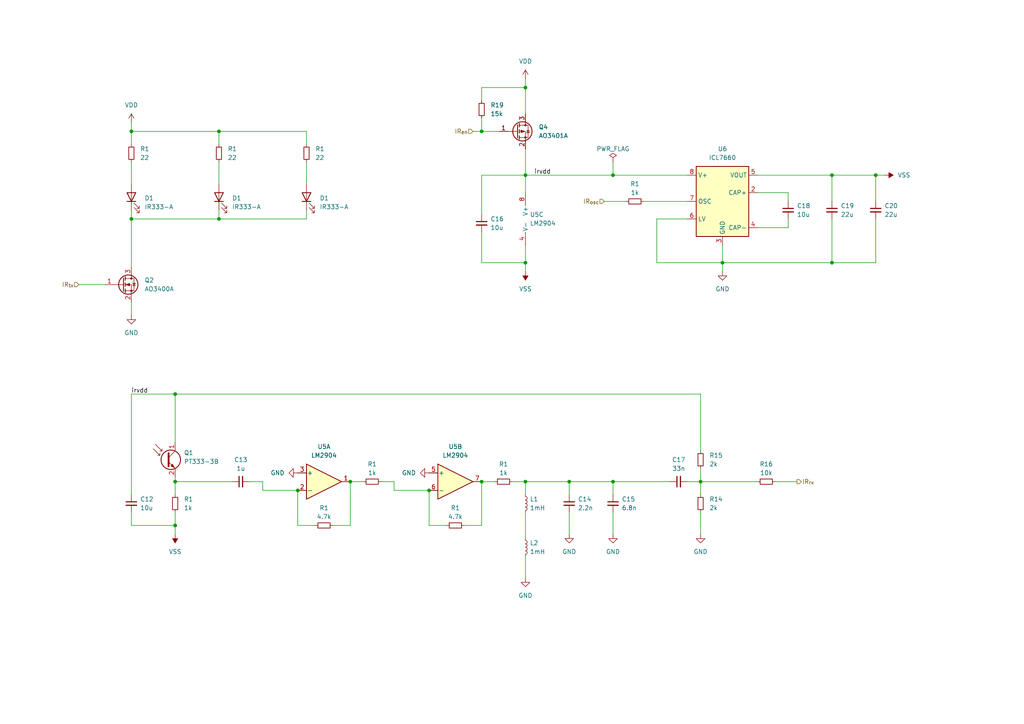
<source format=kicad_sch>
(kicad_sch (version 20230121) (generator eeschema)
  (paper "A4")
  (title_block (title "Light") (date "2023-06-17"))
  (lib_symbols
    (symbol "Amplifier_Operational:LM2904" (pin_names (offset 0.127))
      (property "Reference" "U" (at 0 5.08 0))
      (property "Value" "LM2904" (at 0 -5.08 0))
      (symbol "LM2904_1_1"
        (polyline (pts (xy -5.08 5.08) (xy 5.08 0) (xy -5.08 -5.08) (xy -5.08 5.08)) (stroke (width 0.254)) (fill (type background)))
        (pin output line (at 7.62 0 180) (length 2.54) (name "~") (number "1"))
        (pin input line (at -7.62 -2.54 0) (length 2.54) (name "-") (number "2"))
        (pin input line (at -7.62 2.54 0) (length 2.54) (name "+") (number "3"))
      )
      (symbol "LM2904_2_1"
        (polyline (pts (xy -5.08 5.08) (xy 5.08 0) (xy -5.08 -5.08) (xy -5.08 5.08)) (stroke (width 0.254)) (fill (type background)))
        (pin input line (at -7.62 2.54 0) (length 2.54) (name "+") (number "5"))
        (pin input line (at -7.62 -2.54 0) (length 2.54) (name "-") (number "6"))
        (pin output line (at 7.62 0 180) (length 2.54) (name "~") (number "7"))
      )
      (symbol "LM2904_3_1"
        (pin power_in line (at -2.54 -7.62 90) (length 3.81) (name "V-") (number "4"))
        (pin power_in line (at -2.54 7.62 270) (length 3.81) (name "V+") (number "8"))
      )
    )
    (symbol "Device:C_Small" (pin_numbers hide) (pin_names (offset 0.254) hide)
      (property "Reference" "C" (at 0.254 1.778 0))
      (property "Value" "C_Small" (at 0.254 -2.032 0))
      (symbol "C_Small_0_1"
        (polyline (pts (xy -1.524 -0.508) (xy 1.524 -0.508)) (stroke (width 0.3302)))
        (polyline (pts (xy -1.524 0.508) (xy 1.524 0.508)) (stroke (width 0.3048)))
      )
      (symbol "C_Small_1_1"
        (pin passive line (at 0 2.54 270) (length 2.032) (name "~") (number "1"))
        (pin passive line (at 0 -2.54 90) (length 2.032) (name "~") (number "2"))
      )
    )
    (symbol "Device:LED" (pin_numbers hide) (pin_names (offset 1.016) hide)
      (property "Reference" "D" (at 0 2.54 0))
      (property "Value" "LED" (at 0 -2.54 0))
      (symbol "LED_0_1"
        (polyline (pts (xy -1.27 -1.27) (xy -1.27 1.27)) (stroke (width 0.254)))
        (polyline (pts (xy -1.27 0) (xy 1.27 0)))
        (polyline (pts (xy 1.27 -1.27) (xy 1.27 1.27) (xy -1.27 0) (xy 1.27 -1.27)) (stroke (width 0.254)))
        (polyline (pts (xy -3.048 -0.762) (xy -4.572 -2.286) (xy -3.81 -2.286) (xy -4.572 -2.286) (xy -4.572 -1.524)))
        (polyline (pts (xy -1.778 -0.762) (xy -3.302 -2.286) (xy -2.54 -2.286) (xy -3.302 -2.286) (xy -3.302 -1.524)))
      )
      (symbol "LED_1_1"
        (pin passive line (at -3.81 0 0) (length 2.54) (name "K") (number "1"))
        (pin passive line (at 3.81 0 180) (length 2.54) (name "A") (number "2"))
      )
    )
    (symbol "Device:L_Small" (pin_numbers hide) (pin_names (offset 0.254) hide)
      (property "Reference" "L" (at 0.762 1.016 0))
      (property "Value" "L_Small" (at 0.762 -1.016 0))
      (symbol "L_Small_0_1"
        (arc (start 0 -2.032) (mid 0.5058 -1.524) (end 0 -1.016))
        (arc (start 0 -1.016) (mid 0.5058 -0.508) (end 0 0))
        (arc (start 0 0) (mid 0.5058 0.508) (end 0 1.016))
        (arc (start 0 1.016) (mid 0.5058 1.524) (end 0 2.032))
      )
      (symbol "L_Small_1_1"
        (pin passive line (at 0 2.54 270) (length 0.508) (name "~") (number "1"))
        (pin passive line (at 0 -2.54 90) (length 0.508) (name "~") (number "2"))
      )
    )
    (symbol "Device:Q_Photo_NPN" (pin_names (offset 0) hide)
      (property "Reference" "Q" (at 5.08 1.27 0))
      (property "Value" "Q_Photo_NPN" (at 5.08 -1.27 0))
      (symbol "Q_Photo_NPN_0_1"
        (polyline (pts (xy -1.905 1.27) (xy -2.54 1.27)))
        (polyline (pts (xy -1.27 2.54) (xy -1.905 2.54)))
        (polyline (pts (xy 0.635 0.635) (xy 2.54 2.54)))
        (polyline (pts (xy -3.81 3.175) (xy -1.905 1.27) (xy -1.905 1.905)))
        (polyline (pts (xy -3.175 4.445) (xy -1.27 2.54) (xy -1.27 3.175)))
        (polyline (pts (xy 0.635 -0.635) (xy 2.54 -2.54) (xy 2.54 -2.54)))
        (polyline (pts (xy 0.635 1.905) (xy 0.635 -1.905) (xy 0.635 -1.905)) (stroke (width 0.508)))
        (polyline (pts (xy 1.27 -1.778) (xy 1.778 -1.27) (xy 2.286 -2.286) (xy 1.27 -1.778) (xy 1.27 -1.778)) (fill (type outline)))
        (circle (center 1.27 0) (radius 2.8194) (stroke (width 0.254)))
      )
      (symbol "Q_Photo_NPN_1_1"
        (pin passive line (at 2.54 5.08 270) (length 2.54) (name "C") (number "1"))
        (pin passive line (at 2.54 -5.08 90) (length 2.54) (name "E") (number "2"))
      )
    )
    (symbol "Device:R_Small" (pin_numbers hide) (pin_names (offset 0.254) hide)
      (property "Reference" "R" (at 0.762 0.508 0))
      (property "Value" "R_Small" (at 0.762 -1.016 0))
      (symbol "R_Small_0_1"
        (rectangle (start -0.762 1.778) (end 0.762 -1.778) (stroke (width 0.2032)))
      )
      (symbol "R_Small_1_1"
        (pin passive line (at 0 2.54 270) (length 0.762) (name "~") (number "1"))
        (pin passive line (at 0 -2.54 90) (length 0.762) (name "~") (number "2"))
      )
    )
    (symbol "Regulator_SwitchedCapacitor:ICL7660"
      (property "Reference" "U" (at -6.35 11.43 0))
      (property "Value" "ICL7660" (at 3.81 11.43 0))
      (symbol "ICL7660_0_1"
        (rectangle (start -7.62 10.16) (end 7.62 -10.16) (stroke (width 0.254)) (fill (type background)))
      )
      (symbol "ICL7660_1_1"
        (pin no_connect line (at -7.62 5.08 0) (length 2.54) hide (name "NC") (number "1"))
        (pin input line (at 10.16 2.54 180) (length 2.54) (name "CAP+") (number "2"))
        (pin power_in line (at 0 -12.7 90) (length 2.54) (name "GND") (number "3"))
        (pin input line (at 10.16 -7.62 180) (length 2.54) (name "CAP-") (number "4"))
        (pin power_out line (at 10.16 7.62 180) (length 2.54) (name "VOUT") (number "5"))
        (pin input line (at -10.16 -5.08 0) (length 2.54) (name "LV") (number "6"))
        (pin input line (at -10.16 0 0) (length 2.54) (name "OSC") (number "7"))
        (pin power_in line (at -10.16 7.62 0) (length 2.54) (name "V+") (number "8"))
      )
    )
    (symbol "Transistor_FET:AO3400A" (pin_names hide)
      (property "Reference" "Q" (at 5.08 1.905 0))
      (property "Value" "AO3400A" (at 5.08 0 0))
      (symbol "AO3400A_0_1"
        (polyline (pts (xy 0.254 0) (xy -2.54 0)))
        (polyline (pts (xy 0.254 1.905) (xy 0.254 -1.905)) (stroke (width 0.254)))
        (polyline (pts (xy 0.762 -1.27) (xy 0.762 -2.286)) (stroke (width 0.254)))
        (polyline (pts (xy 0.762 0.508) (xy 0.762 -0.508)) (stroke (width 0.254)))
        (polyline (pts (xy 0.762 2.286) (xy 0.762 1.27)) (stroke (width 0.254)))
        (polyline (pts (xy 2.54 2.54) (xy 2.54 1.778)))
        (polyline (pts (xy 2.54 -2.54) (xy 2.54 0) (xy 0.762 0)))
        (polyline (pts (xy 0.762 -1.778) (xy 3.302 -1.778) (xy 3.302 1.778) (xy 0.762 1.778)))
        (polyline (pts (xy 1.016 0) (xy 2.032 0.381) (xy 2.032 -0.381) (xy 1.016 0)) (fill (type outline)))
        (polyline (pts (xy 2.794 0.508) (xy 2.921 0.381) (xy 3.683 0.381) (xy 3.81 0.254)))
        (polyline (pts (xy 3.302 0.381) (xy 2.921 -0.254) (xy 3.683 -0.254) (xy 3.302 0.381)))
        (circle (center 1.651 0) (radius 2.794) (stroke (width 0.254)))
        (circle (center 2.54 -1.778) (radius 0.254) (fill (type outline)))
        (circle (center 2.54 1.778) (radius 0.254) (fill (type outline)))
      )
      (symbol "AO3400A_1_1"
        (pin input line (at -5.08 0 0) (length 2.54) (name "G") (number "1"))
        (pin passive line (at 2.54 -5.08 90) (length 2.54) (name "S") (number "2"))
        (pin passive line (at 2.54 5.08 270) (length 2.54) (name "D") (number "3"))
      )
    )
    (symbol "Transistor_FET:AO3401A" (pin_names hide)
      (property "Reference" "Q" (at 5.08 1.905 0))
      (property "Value" "AO3401A" (at 5.08 0 0))
      (symbol "AO3401A_0_1"
        (polyline (pts (xy 0.254 0) (xy -2.54 0)))
        (polyline (pts (xy 0.254 1.905) (xy 0.254 -1.905)) (stroke (width 0.254)))
        (polyline (pts (xy 0.762 -1.27) (xy 0.762 -2.286)) (stroke (width 0.254)))
        (polyline (pts (xy 0.762 0.508) (xy 0.762 -0.508)) (stroke (width 0.254)))
        (polyline (pts (xy 0.762 2.286) (xy 0.762 1.27)) (stroke (width 0.254)))
        (polyline (pts (xy 2.54 2.54) (xy 2.54 1.778)))
        (polyline (pts (xy 2.54 -2.54) (xy 2.54 0) (xy 0.762 0)))
        (polyline (pts (xy 0.762 1.778) (xy 3.302 1.778) (xy 3.302 -1.778) (xy 0.762 -1.778)))
        (polyline (pts (xy 2.286 0) (xy 1.27 0.381) (xy 1.27 -0.381) (xy 2.286 0)) (fill (type outline)))
        (polyline (pts (xy 2.794 -0.508) (xy 2.921 -0.381) (xy 3.683 -0.381) (xy 3.81 -0.254)))
        (polyline (pts (xy 3.302 -0.381) (xy 2.921 0.254) (xy 3.683 0.254) (xy 3.302 -0.381)))
        (circle (center 1.651 0) (radius 2.794) (stroke (width 0.254)))
        (circle (center 2.54 -1.778) (radius 0.254) (fill (type outline)))
        (circle (center 2.54 1.778) (radius 0.254) (fill (type outline)))
      )
      (symbol "AO3401A_1_1"
        (pin input line (at -5.08 0 0) (length 2.54) (name "G") (number "1"))
        (pin passive line (at 2.54 -5.08 90) (length 2.54) (name "S") (number "2"))
        (pin passive line (at 2.54 5.08 270) (length 2.54) (name "D") (number "3"))
      )
    )
    (symbol "power:GND" (power) (pin_names (offset 0))
      (property "Value" "GND" (at 0 -3.81 0))
      (symbol "GND_0_1"
        (polyline (pts (xy 0 0) (xy 0 -1.27) (xy 1.27 -1.27) (xy 0 -2.54) (xy -1.27 -1.27) (xy 0 -1.27)))
      )
      (symbol "GND_1_1"
        (pin power_in line (at 0 0 270) (length 0) hide (name "GND") (number "1"))
      )
    )
    (symbol "power:PWR_FLAG" (power) (pin_numbers hide) (pin_names (offset 0) hide)
      (property "Value" "PWR_FLAG" (at 0 3.81 0))
      (symbol "PWR_FLAG_0_0"
        (pin power_out line (at 0 0 90) (length 0) (name "pwr") (number "1"))
      )
      (symbol "PWR_FLAG_0_1"
        (polyline (pts (xy 0 0) (xy 0 1.27) (xy -1.016 1.905) (xy 0 2.54) (xy 1.016 1.905) (xy 0 1.27)))
      )
    )
    (symbol "power:VDD" (power) (pin_names (offset 0))
      (property "Value" "VDD" (at 0 3.81 0))
      (symbol "VDD_0_1"
        (polyline (pts (xy -0.762 1.27) (xy 0 2.54)))
        (polyline (pts (xy 0 0) (xy 0 2.54)))
        (polyline (pts (xy 0 2.54) (xy 0.762 1.27)))
      )
      (symbol "VDD_1_1"
        (pin power_in line (at 0 0 90) (length 0) hide (name "VDD") (number "1"))
      )
    )
    (symbol "power:VSS" (power) (pin_names (offset 0))
      (property "Value" "VSS" (at 0 3.81 0))
      (symbol "VSS_0_1"
        (polyline (pts (xy 0 0) (xy 0 2.54)))
        (polyline (pts (xy 0.762 1.27) (xy -0.762 1.27) (xy 0 2.54) (xy 0.762 1.27)) (fill (type outline)))
      )
      (symbol "VSS_1_1"
        (pin power_in line (at 0 0 90) (length 0) hide (name "VSS") (number "1"))
      )
    )
  )
  (junction (at 152.4 76.2))
  (junction (at 241.3 76.2))
  (junction (at 254 50.8))
  (junction (at 241.3 50.8))
  (junction (at 86.36 142.24))
  (junction (at 152.4 139.7))
  (junction (at 152.4 25.4))
  (junction (at 209.55 76.2))
  (junction (at 203.2 139.7))
  (junction (at 124.46 142.24))
  (junction (at 139.7 139.7))
  (junction (at 63.5 38.1))
  (junction (at 165.1 139.7))
  (junction (at 63.5 63.5))
  (junction (at 101.6 139.7))
  (junction (at 152.4 50.8))
  (junction (at 139.7 38.1))
  (junction (at 38.1 38.1))
  (junction (at 50.8 114.3))
  (junction (at 177.8 139.7))
  (junction (at 50.8 152.4))
  (junction (at 177.8 50.8))
  (junction (at 50.8 139.7))
  (junction (at 38.1 63.5))
  (wire (pts (xy 256.54 50.8) (xy 254 50.8)))
  (wire (pts (xy 139.7 50.8) (xy 152.4 50.8)))
  (wire (pts (xy 203.2 114.3) (xy 203.2 130.81)))
  (wire (pts (xy 186.69 58.42) (xy 199.39 58.42)))
  (wire (pts (xy 228.6 58.42) (xy 228.6 55.88)))
  (wire (pts (xy 165.1 154.94) (xy 165.1 148.59)))
  (wire (pts (xy 137.16 38.1) (xy 139.7 38.1)))
  (wire (pts (xy 139.7 50.8) (xy 139.7 62.23)))
  (wire (pts (xy 203.2 139.7) (xy 203.2 143.51)))
  (wire (pts (xy 254 50.8) (xy 241.3 50.8)))
  (wire (pts (xy 177.8 50.8) (xy 199.39 50.8)))
  (wire (pts (xy 38.1 114.3) (xy 50.8 114.3)))
  (wire (pts (xy 38.1 152.4) (xy 50.8 152.4)))
  (wire (pts (xy 241.3 50.8) (xy 241.3 58.42)))
  (wire (pts (xy 152.4 139.7) (xy 165.1 139.7)))
  (wire (pts (xy 86.36 152.4) (xy 86.36 142.24)))
  (wire (pts (xy 91.44 152.4) (xy 86.36 152.4)))
  (wire (pts (xy 228.6 63.5) (xy 228.6 66.04)))
  (wire (pts (xy 63.5 60.96) (xy 63.5 63.5)))
  (wire (pts (xy 38.1 35.56) (xy 38.1 38.1)))
  (wire (pts (xy 139.7 67.31) (xy 139.7 76.2)))
  (wire (pts (xy 50.8 114.3) (xy 203.2 114.3)))
  (wire (pts (xy 177.8 148.59) (xy 177.8 154.94)))
  (wire (pts (xy 101.6 139.7) (xy 101.6 152.4)))
  (wire (pts (xy 38.1 60.96) (xy 38.1 63.5)))
  (wire (pts (xy 152.4 25.4) (xy 152.4 33.02)))
  (wire (pts (xy 152.4 71.12) (xy 152.4 76.2)))
  (wire (pts (xy 88.9 63.5) (xy 63.5 63.5)))
  (wire (pts (xy 254 63.5) (xy 254 76.2)))
  (wire (pts (xy 50.8 148.59) (xy 50.8 152.4)))
  (wire (pts (xy 114.3 142.24) (xy 124.46 142.24)))
  (wire (pts (xy 38.1 148.59) (xy 38.1 152.4)))
  (wire (pts (xy 63.5 46.99) (xy 63.5 53.34)))
  (wire (pts (xy 50.8 139.7) (xy 50.8 143.51)))
  (wire (pts (xy 38.1 46.99) (xy 38.1 53.34)))
  (wire (pts (xy 175.26 58.42) (xy 181.61 58.42)))
  (wire (pts (xy 76.2 142.24) (xy 86.36 142.24)))
  (wire (pts (xy 148.59 139.7) (xy 152.4 139.7)))
  (wire (pts (xy 209.55 76.2) (xy 209.55 71.12)))
  (wire (pts (xy 203.2 135.89) (xy 203.2 139.7)))
  (wire (pts (xy 241.3 63.5) (xy 241.3 76.2)))
  (wire (pts (xy 152.4 43.18) (xy 152.4 50.8)))
  (wire (pts (xy 72.39 139.7) (xy 76.2 139.7)))
  (wire (pts (xy 139.7 139.7) (xy 143.51 139.7)))
  (wire (pts (xy 209.55 78.74) (xy 209.55 76.2)))
  (wire (pts (xy 38.1 38.1) (xy 63.5 38.1)))
  (wire (pts (xy 219.71 50.8) (xy 241.3 50.8)))
  (wire (pts (xy 110.49 139.7) (xy 114.3 139.7)))
  (wire (pts (xy 139.7 76.2) (xy 152.4 76.2)))
  (wire (pts (xy 254 50.8) (xy 254 58.42)))
  (wire (pts (xy 152.4 55.88) (xy 152.4 50.8)))
  (wire (pts (xy 241.3 76.2) (xy 254 76.2)))
  (wire (pts (xy 63.5 38.1) (xy 63.5 41.91)))
  (wire (pts (xy 50.8 139.7) (xy 67.31 139.7)))
  (wire (pts (xy 165.1 139.7) (xy 165.1 143.51)))
  (wire (pts (xy 139.7 25.4) (xy 152.4 25.4)))
  (wire (pts (xy 231.14 139.7) (xy 224.79 139.7)))
  (wire (pts (xy 88.9 38.1) (xy 88.9 41.91)))
  (wire (pts (xy 129.54 152.4) (xy 124.46 152.4)))
  (wire (pts (xy 124.46 152.4) (xy 124.46 142.24)))
  (wire (pts (xy 190.5 63.5) (xy 190.5 76.2)))
  (wire (pts (xy 139.7 34.29) (xy 139.7 38.1)))
  (wire (pts (xy 241.3 76.2) (xy 209.55 76.2)))
  (wire (pts (xy 50.8 138.43) (xy 50.8 139.7)))
  (wire (pts (xy 38.1 87.63) (xy 38.1 91.44)))
  (wire (pts (xy 199.39 63.5) (xy 190.5 63.5)))
  (wire (pts (xy 152.4 161.29) (xy 152.4 167.64)))
  (wire (pts (xy 152.4 139.7) (xy 152.4 143.51)))
  (wire (pts (xy 88.9 60.96) (xy 88.9 63.5)))
  (wire (pts (xy 165.1 139.7) (xy 177.8 139.7)))
  (wire (pts (xy 152.4 76.2) (xy 152.4 78.74)))
  (wire (pts (xy 139.7 152.4) (xy 134.62 152.4)))
  (wire (pts (xy 190.5 76.2) (xy 209.55 76.2)))
  (wire (pts (xy 63.5 63.5) (xy 38.1 63.5)))
  (wire (pts (xy 152.4 148.59) (xy 152.4 156.21)))
  (wire (pts (xy 88.9 46.99) (xy 88.9 53.34)))
  (wire (pts (xy 50.8 114.3) (xy 50.8 128.27)))
  (wire (pts (xy 22.86 82.55) (xy 30.48 82.55)))
  (wire (pts (xy 177.8 139.7) (xy 177.8 143.51)))
  (wire (pts (xy 228.6 66.04) (xy 219.71 66.04)))
  (wire (pts (xy 199.39 139.7) (xy 203.2 139.7)))
  (wire (pts (xy 152.4 22.86) (xy 152.4 25.4)))
  (wire (pts (xy 152.4 50.8) (xy 177.8 50.8)))
  (wire (pts (xy 114.3 139.7) (xy 114.3 142.24)))
  (wire (pts (xy 101.6 152.4) (xy 96.52 152.4)))
  (wire (pts (xy 139.7 38.1) (xy 144.78 38.1)))
  (wire (pts (xy 203.2 139.7) (xy 219.71 139.7)))
  (wire (pts (xy 177.8 46.99) (xy 177.8 50.8)))
  (wire (pts (xy 139.7 29.21) (xy 139.7 25.4)))
  (wire (pts (xy 50.8 152.4) (xy 50.8 154.94)))
  (wire (pts (xy 139.7 139.7) (xy 139.7 152.4)))
  (wire (pts (xy 38.1 143.51) (xy 38.1 114.3)))
  (wire (pts (xy 63.5 38.1) (xy 88.9 38.1)))
  (wire (pts (xy 76.2 139.7) (xy 76.2 142.24)))
  (wire (pts (xy 177.8 139.7) (xy 194.31 139.7)))
  (wire (pts (xy 101.6 139.7) (xy 105.41 139.7)))
  (wire (pts (xy 228.6 55.88) (xy 219.71 55.88)))
  (wire (pts (xy 38.1 63.5) (xy 38.1 77.47)))
  (wire (pts (xy 38.1 38.1) (xy 38.1 41.91)))
  (wire (pts (xy 203.2 148.59) (xy 203.2 154.94)))
  (label "irvdd" (at 38.1 114.3 0))
  (label "irvdd" (at 154.94 50.8 0))
  (hierarchical_label "IR_{osc}" (shape input) (at 175.26 58.42 180))
  (hierarchical_label "IR_{en}" (shape input) (at 137.16 38.1 180))
  (hierarchical_label "IR_{tx}" (shape input) (at 22.86 82.55 180))
  (hierarchical_label "IR_{rx}" (shape output) (at 231.14 139.7 0))
  (symbol (lib_id "Device:R_Small") (at 63.5 44.45 0) (unit 1)
    (property "Reference" "R1" (at 66.04 43.18 0) (effects (justify left)))
    (property "Value" "22" (at 66.04 45.72 0) (effects (justify left)))
    (property "Footprint" "Resistor_THT:R_Axial_DIN0204_L3.6mm_D1.6mm_P5.08mm_Horizontal" (effects hide))
    (instances (project "fun-blaster" (path "" (reference "R1") (unit 1)) (path "" (reference "R21") (unit 1))))
  )
  (symbol (lib_id "Transistor_FET:AO3401A") (at 149.86 38.1 0) (unit 1)
    (property "Reference" "Q4" (at 156.21 36.83 0) (effects (justify left)))
    (property "Value" "AO3401A" (at 156.21 39.37 0) (effects (justify left)))
    (property "Footprint" "Package_TO_SOT_SMD:SOT-23" (effects hide))
    (property "Datasheet" "http://www.aosmd.com/pdfs/datasheet/AO3401A.pdf" (effects hide))
    (property "LCSC" "C15127" (effects hide))
  )
  (symbol (lib_id "power:GND") (at 203.2 154.94 0) (unit 1)
    (property "Reference" "#PWR038" (effects hide))
    (property "Value" "GND" (at 203.2 160.02 0))
  )
  (symbol (lib_id "Transistor_FET:AO3400A") (at 35.56 82.55 0) (unit 1)
    (property "Reference" "Q2" (at 41.91 81.28 0) (effects (justify left)))
    (property "Value" "AO3400A" (at 41.91 83.82 0) (effects (justify left)))
    (property "Footprint" "Package_TO_SOT_SMD:SOT-23" (effects hide))
    (property "Datasheet" "http://www.aosmd.com/pdfs/datasheet/AO3400A.pdf" (effects hide))
    (property "LCSC" "C20917" (effects hide))
  )
  (symbol (lib_id "power:VDD") (at 38.1 35.56 0) (unit 1)
    (property "Reference" "#PWR040" (effects hide))
    (property "Value" "VDD" (at 38.1 30.48 0))
  )
  (symbol (lib_id "power:GND") (at 86.36 137.16 270) (unit 1)
    (property "Reference" "#PWR039" (effects hide))
    (property "Value" "GND" (at 82.55 137.16 90) (effects (justify right)))
  )
  (symbol (lib_id "Device:C_Small") (at 139.7 64.77 0) (unit 1)
    (property "Reference" "C16" (at 142.24 63.5063 0) (effects (justify left)))
    (property "Value" "10u" (at 142.24 66.0463 0) (effects (justify left)))
    (property "Footprint" "Capacitor_SMD:C_0603_1608Metric" (effects hide))
    (property "LCSC" "C96446" (effects hide))
  )
  (symbol (lib_id "Device:R_Small") (at 38.1 44.45 0) (unit 1)
    (property "Reference" "R1" (at 40.64 43.18 0) (effects (justify left)))
    (property "Value" "22" (at 40.64 45.72 0) (effects (justify left)))
    (property "Footprint" "Resistor_THT:R_Axial_DIN0204_L3.6mm_D1.6mm_P5.08mm_Horizontal" (effects hide))
    (instances (project "fun-blaster" (path "" (reference "R1") (unit 1)) (path "" (reference "R13") (unit 1))))
  )
  (symbol (lib_id "power:GND") (at 38.1 91.44 0) (unit 1)
    (property "Reference" "#PWR030" (effects hide))
    (property "Value" "GND" (at 38.1 96.52 0))
  )
  (symbol (lib_id "Device:C_Small") (at 196.85 139.7 90) (unit 1)
    (property "Reference" "C17" (at 196.8563 133.35 90))
    (property "Value" "33n" (at 196.8563 135.89 90))
    (property "Footprint" "Capacitor_SMD:C_0402_1005Metric" (effects hide))
    (property "LCSC" "C1585" (effects hide))
  )
  (symbol (lib_id "Device:LED") (at 63.5 57.15 90) (unit 1)
    (property "Reference" "D1" (at 67.31 57.4675 90) (effects (justify right)))
    (property "Value" "IR333-A" (at 67.31 60.0075 90) (effects (justify right)))
    (property "Footprint" "LED_THT:LED_D5.0mm_Horizontal_O6.35mm_Z3.0mm" (effects hide))
    (property "LCSC" "C264290" (effects hide))
    (instances (project "fun-blaster" (path "" (reference "D1") (unit 1)) (path "" (reference "D5") (unit 1))))
  )
  (symbol (lib_id "Device:L_Small") (at 152.4 158.75 0) (unit 1)
    (property "Reference" "L2" (at 153.67 157.48 0) (effects (justify left)))
    (property "Value" "1mH" (at 153.67 160.02 0) (effects (justify left)))
    (property "Footprint" "LCSC:L1007" (effects hide))
    (property "LCSC" "C223341" (effects hide))
  )
  (symbol (lib_id "power:GND") (at 177.8 154.94 0) (unit 1)
    (property "Reference" "#PWR033" (effects hide))
    (property "Value" "GND" (at 177.8 160.02 0))
  )
  (symbol (lib_id "Regulator_SwitchedCapacitor:ICL7660") (at 209.55 58.42 0) (unit 1)
    (property "Reference" "U6" (at 209.55 43.18 0))
    (property "Value" "ICL7660" (at 209.55 45.72 0))
    (property "Footprint" "Package_SO:SOIC-8_3.9x4.9mm_P1.27mm" (effects hide))
    (property "Datasheet" "http://datasheets.maximintegrated.com/en/ds/ICL7660-MAX1044.pdf" (effects hide))
    (property "LCSC" "C7881" (effects hide))
  )
  (symbol (lib_id "Amplifier_Operational:LM2904") (at 154.94 63.5 0) (unit 3)
    (property "Reference" "U5" (at 153.67 62.23 0) (effects (justify left)))
    (property "Value" "LM2904" (at 153.67 64.77 0) (effects (justify left)))
    (property "Footprint" "Package_SO:SOIC-8_3.9x4.9mm_P1.27mm" (effects hide))
    (property "Datasheet" "http://www.ti.com/lit/ds/symlink/lm358.pdf" (effects hide))
    (property "LCSC" "C18229" (effects hide))
  )
  (symbol (lib_id "power:GND") (at 165.1 154.94 0) (unit 1)
    (property "Reference" "#PWR032" (effects hide))
    (property "Value" "GND" (at 165.1 160.02 0))
  )
  (symbol (lib_id "Device:R_Small") (at 50.8 146.05 0) (unit 1)
    (property "Reference" "R1" (at 53.34 144.78 0) (effects (justify left)))
    (property "Value" "1k" (at 53.34 147.32 0) (effects (justify left)))
    (property "Footprint" "Resistor_THT:R_Axial_DIN0204_L3.6mm_D1.6mm_P5.08mm_Horizontal" (effects hide))
  )
  (symbol (lib_id "power:GND") (at 124.46 137.16 270) (unit 1)
    (property "Reference" "#PWR036" (effects hide))
    (property "Value" "GND" (at 120.65 137.16 90) (effects (justify right)))
  )
  (symbol (lib_id "power:PWR_FLAG") (at 177.8 46.99 0) (unit 1)
    (property "Reference" "#FLG01" (effects hide))
    (property "Value" "PWR_FLAG" (at 177.8 43.18 0))
    (instances (project "bento-vna" (path "" (reference "#FLG01") (unit 1))) (project "fun-blaster" (path "" (reference "#FLG01") (unit 1)) (path "" (reference "#FLG01") (unit 1)) (path "" (reference "#FLG01") (unit 1)) (path "" (reference "#FLG04") (unit 1))))
  )
  (symbol (lib_id "power:VSS") (at 256.54 50.8 270) (unit 1)
    (property "Reference" "#PWR037" (effects hide))
    (property "Value" "VSS" (at 260.35 50.8 90) (effects (justify left)))
  )
  (symbol (lib_id "Device:R_Small") (at 203.2 146.05 0) (unit 1)
    (property "Reference" "R14" (at 205.74 144.78 0) (effects (justify left)))
    (property "Value" "2k" (at 205.74 147.32 0) (effects (justify left)))
    (property "Footprint" "Resistor_SMD:R_0402_1005Metric" (effects hide))
    (property "LCSC" "C4109" (effects hide))
  )
  (symbol (lib_id "Device:R_Small") (at 184.15 58.42 90) (unit 1)
    (property "Reference" "R1" (at 184.15 53.34 90))
    (property "Value" "1k" (at 184.15 55.88 90))
    (property "Footprint" "Resistor_SMD:R_0402_1005Metric" (effects hide))
    (property "LCSC" "C11702" (effects hide))
    (instances (project "fun-blaster" (path "" (reference "R1") (unit 1)) (path "" (reference "R20") (unit 1))))
  )
  (symbol (lib_id "Device:Q_Photo_NPN") (at 48.26 133.35 0) (unit 1)
    (property "Reference" "Q1" (at 53.34 131.3307 0) (effects (justify left)))
    (property "Value" "PT333-3B" (at 53.34 133.8707 0) (effects (justify left)))
    (property "Footprint" "LED_THT:LED_D5.0mm_Horizontal_O6.35mm_Z3.0mm" (effects hide))
    (property "LCSC" "C5134" (effects hide))
  )
  (symbol (lib_id "Device:R_Small") (at 93.98 152.4 90) (unit 1)
    (property "Reference" "R1" (at 93.98 147.32 90))
    (property "Value" "4.7k" (at 93.98 149.86 90))
    (property "Footprint" "Resistor_THT:R_Axial_DIN0204_L3.6mm_D1.6mm_P5.08mm_Horizontal" (effects hide))
    (instances (project "fun-blaster" (path "" (reference "R1") (unit 1)) (path "" (reference "R18") (unit 1))))
  )
  (symbol (lib_id "Amplifier_Operational:LM2904") (at 93.98 139.7 0) (unit 1)
    (property "Reference" "U5" (at 93.98 129.54 0))
    (property "Value" "LM2904" (at 93.98 132.08 0))
    (property "Footprint" "Package_SO:SOIC-8_3.9x4.9mm_P1.27mm" (effects hide))
    (property "Datasheet" "http://www.ti.com/lit/ds/symlink/lm358.pdf" (effects hide))
    (property "LCSC" "C18229" (effects hide))
  )
  (symbol (lib_id "Device:R_Small") (at 203.2 133.35 0) (unit 1)
    (property "Reference" "R15" (at 205.74 132.08 0) (effects (justify left)))
    (property "Value" "2k" (at 205.74 134.62 0) (effects (justify left)))
    (property "Footprint" "Resistor_SMD:R_0402_1005Metric" (effects hide))
    (property "LCSC" "C4109" (effects hide))
  )
  (symbol (lib_id "Device:R_Small") (at 132.08 152.4 90) (unit 1)
    (property "Reference" "R1" (at 132.08 147.32 90))
    (property "Value" "4.7k" (at 132.08 149.86 90))
    (property "Footprint" "Resistor_THT:R_Axial_DIN0204_L3.6mm_D1.6mm_P5.08mm_Horizontal" (effects hide))
    (instances (project "fun-blaster" (path "" (reference "R1") (unit 1)) (path "" (reference "R30") (unit 1))))
  )
  (symbol (lib_id "power:GND") (at 209.55 78.74 0) (unit 1)
    (property "Reference" "#PWR034" (effects hide))
    (property "Value" "GND" (at 209.55 83.82 0))
  )
  (symbol (lib_id "Device:R_Small") (at 146.05 139.7 90) (unit 1)
    (property "Reference" "R1" (at 146.05 134.62 90))
    (property "Value" "1k" (at 146.05 137.16 90))
    (property "Footprint" "Resistor_SMD:R_0402_1005Metric" (effects hide))
    (property "LCSC" "C11702" (effects hide))
    (instances (project "fun-blaster" (path "" (reference "R1") (unit 1)) (path "" (reference "R17") (unit 1))))
  )
  (symbol (lib_id "Device:C_Small") (at 241.3 60.96 0) (unit 1)
    (property "Reference" "C19" (at 243.84 59.6963 0) (effects (justify left)))
    (property "Value" "22u" (at 243.84 62.2363 0) (effects (justify left)))
    (property "Footprint" "Capacitor_SMD:C_0805_2012Metric" (effects hide))
    (property "LCSC" "C45783" (effects hide))
  )
  (symbol (lib_id "Amplifier_Operational:LM2904") (at 132.08 139.7 0) (unit 2)
    (property "Reference" "U5" (at 132.08 129.54 0))
    (property "Value" "LM2904" (at 132.08 132.08 0))
    (property "Footprint" "Package_SO:SOIC-8_3.9x4.9mm_P1.27mm" (effects hide))
    (property "Datasheet" "http://www.ti.com/lit/ds/symlink/lm358.pdf" (effects hide))
    (property "LCSC" "C18229" (effects hide))
  )
  (symbol (lib_id "Device:R_Small") (at 139.7 31.75 0) (unit 1)
    (property "Reference" "R19" (at 142.24 30.48 0) (effects (justify left)))
    (property "Value" "15k" (at 142.24 33.02 0) (effects (justify left)))
    (property "Footprint" "Resistor_SMD:R_0402_1005Metric" (effects hide))
    (property "LCSC" "C25756" (effects hide))
  )
  (symbol (lib_id "Device:C_Small") (at 38.1 146.05 0) (unit 1)
    (property "Reference" "C12" (at 40.64 144.7863 0) (effects (justify left)))
    (property "Value" "10u" (at 40.64 147.3263 0) (effects (justify left)))
    (property "Footprint" "Capacitor_SMD:C_0603_1608Metric" (effects hide))
    (property "LCSC" "C96446" (effects hide))
  )
  (symbol (lib_id "Device:R_Small") (at 222.25 139.7 90) (unit 1)
    (property "Reference" "R16" (at 222.25 134.62 90))
    (property "Value" "10k" (at 222.25 137.16 90))
    (property "Footprint" "Resistor_SMD:R_0402_1005Metric" (effects hide))
    (property "LCSC" "C25744" (effects hide))
  )
  (symbol (lib_id "Device:C_Small") (at 69.85 139.7 90) (unit 1)
    (property "Reference" "C13" (at 69.8563 133.35 90))
    (property "Value" "1u" (at 69.8563 135.89 90))
    (property "Footprint" "Capacitor_SMD:C_0402_1005Metric" (effects hide))
    (property "LCSC" "C52923" (effects hide))
  )
  (symbol (lib_id "power:VDD") (at 152.4 22.86 0) (unit 1)
    (property "Reference" "#PWR026" (effects hide))
    (property "Value" "VDD" (at 152.4 17.78 0))
  )
  (symbol (lib_id "Device:C_Small") (at 228.6 60.96 0) (unit 1)
    (property "Reference" "C18" (at 231.14 59.6963 0) (effects (justify left)))
    (property "Value" "10u" (at 231.14 62.2363 0) (effects (justify left)))
    (property "Footprint" "Capacitor_SMD:C_0603_1608Metric" (effects hide))
    (property "LCSC" "C96446" (effects hide))
  )
  (symbol (lib_id "Device:LED") (at 38.1 57.15 90) (unit 1)
    (property "Reference" "D1" (at 41.91 57.4675 90) (effects (justify right)))
    (property "Value" "IR333-A" (at 41.91 60.0075 90) (effects (justify right)))
    (property "Footprint" "LED_THT:LED_D5.0mm_Horizontal_O6.35mm_Z3.0mm" (effects hide))
    (property "LCSC" "C264290" (effects hide))
  )
  (symbol (lib_id "Device:R_Small") (at 107.95 139.7 90) (unit 1)
    (property "Reference" "R1" (at 107.95 134.62 90))
    (property "Value" "1k" (at 107.95 137.16 90))
    (property "Footprint" "Resistor_SMD:R_0402_1005Metric" (effects hide))
    (property "LCSC" "C11702" (effects hide))
    (instances (project "fun-blaster" (path "" (reference "R1") (unit 1)) (path "" (reference "R29") (unit 1))))
  )
  (symbol (lib_id "power:VSS") (at 152.4 78.74 180) (unit 1)
    (property "Reference" "#PWR035" (effects hide))
    (property "Value" "VSS" (at 152.4 83.82 0))
  )
  (symbol (lib_id "power:GND") (at 152.4 167.64 0) (unit 1)
    (property "Reference" "#PWR031" (effects hide))
    (property "Value" "GND" (at 152.4 172.72 0))
  )
  (symbol (lib_id "Device:R_Small") (at 88.9 44.45 0) (unit 1)
    (property "Reference" "R1" (at 91.44 43.18 0) (effects (justify left)))
    (property "Value" "22" (at 91.44 45.72 0) (effects (justify left)))
    (property "Footprint" "Resistor_THT:R_Axial_DIN0204_L3.6mm_D1.6mm_P5.08mm_Horizontal" (effects hide))
    (instances (project "fun-blaster" (path "" (reference "R1") (unit 1)) (path "" (reference "R28") (unit 1))))
  )
  (symbol (lib_id "Device:C_Small") (at 177.8 146.05 0) (unit 1)
    (property "Reference" "C15" (at 180.34 144.7863 0) (effects (justify left)))
    (property "Value" "6.8n" (at 180.34 147.3263 0) (effects (justify left)))
    (property "Footprint" "Capacitor_SMD:C_0402_1005Metric" (effects hide))
    (property "LCSC" "C1542" (effects hide))
  )
  (symbol (lib_id "Device:C_Small") (at 165.1 146.05 0) (unit 1)
    (property "Reference" "C14" (at 167.64 144.7863 0) (effects (justify left)))
    (property "Value" "2.2n" (at 167.64 147.3263 0) (effects (justify left)))
    (property "Footprint" "Capacitor_SMD:C_0402_1005Metric" (effects hide))
    (property "LCSC" "C1531" (effects hide))
  )
  (symbol (lib_id "Device:C_Small") (at 254 60.96 0) (unit 1)
    (property "Reference" "C20" (at 256.54 59.6963 0) (effects (justify left)))
    (property "Value" "22u" (at 256.54 62.2363 0) (effects (justify left)))
    (property "Footprint" "Capacitor_SMD:C_0805_2012Metric" (effects hide))
    (property "LCSC" "C45783" (effects hide))
  )
  (symbol (lib_id "Device:LED") (at 88.9 57.15 90) (unit 1)
    (property "Reference" "D1" (at 92.71 57.4675 90) (effects (justify right)))
    (property "Value" "IR333-A" (at 92.71 60.0075 90) (effects (justify right)))
    (property "Footprint" "LED_THT:LED_D5.0mm_Horizontal_O6.35mm_Z3.0mm" (effects hide))
    (property "LCSC" "C264290" (effects hide))
    (instances (project "fun-blaster" (path "" (reference "D1") (unit 1)) (path "" (reference "D9") (unit 1))))
  )
  (symbol (lib_id "power:VSS") (at 50.8 154.94 180) (unit 1)
    (property "Reference" "#PWR029" (effects hide))
    (property "Value" "VSS" (at 50.8 160.02 0))
  )
  (symbol (lib_id "Device:L_Small") (at 152.4 146.05 0) (unit 1)
    (property "Reference" "L1" (at 153.67 144.78 0) (effects (justify left)))
    (property "Value" "1mH" (at 153.67 147.32 0) (effects (justify left)))
    (property "Footprint" "LCSC:L1007" (effects hide))
    (property "LCSC" "C223341" (effects hide))
  )
)
</source>
